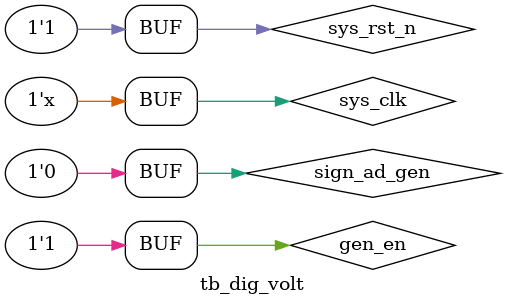
<source format=v>
`timescale 1ns/1ns
module tb_dig_volt();
reg				sys_clk		;
reg				sys_rst_n	;
reg		[7:0]	ad_data		;

wire 			ad_clk		;
wire	[5:0] 	sel			;
wire	[7:0]	seg	        ;

reg  	[20:0]	ad_data_reg	;

reg				sign_ad_gen	;
reg		[12:0]	volt_ad_gen	;
reg				gen_en		;



parameter 	M		 = 8'd127	,
			VOLT_MAX = 13'd5000;
//initial
initial
	begin	
		sys_clk  = 1'b1;
		sys_rst_n <= 1'b0;
		sign_ad_gen <= 1'b0	;
		gen_en <= 1'b0;
		
	#20
		sys_rst_n <= 1'b1;
	#83000
		gen_en <= 1'b1;
	end

//sys_clk
always #10 sys_clk = ~sys_clk;

//volt_ad_gen
always@(posedge ad_clk or negedge sys_rst_n)
	if(sys_rst_n == 1'b0)
		volt_ad_gen <= 13'd0;
	else if(gen_en == 1'b0)
		volt_ad_gen <= 13'd0;
	else if(volt_ad_gen == VOLT_MAX)
		volt_ad_gen <= 13'd0;
	else
		volt_ad_gen <= volt_ad_gen + 13'd1;

//ad_data_reg
always@(posedge ad_clk or negedge sys_rst_n)
	if(sys_rst_n == 1'b0)
		ad_data_reg <= 5000 * M;
	else if(sign_ad_gen == 1'b0)  //postive
		ad_data_reg <= volt_ad_gen * (8'd255 - M) + 5000 * M;
	else
		ad_data_reg <= (5000 - volt_ad_gen) * M;
		
//ad_data
always@(posedge ad_clk or negedge sys_rst_n)
	if(sys_rst_n == 1'b0)
		ad_data <= M;
	else
		ad_data <= ad_data_reg / 5000;

dig_volt dig_volt_inst
(
	.sys_clk		(sys_clk	),
	.sys_rst_n		(sys_rst_n	),
	.ad_data		(ad_data	),

	.ad_clk			(ad_clk		),
	.sel			(sel		),
	.seg	        (seg	    )
);

endmodule
</source>
